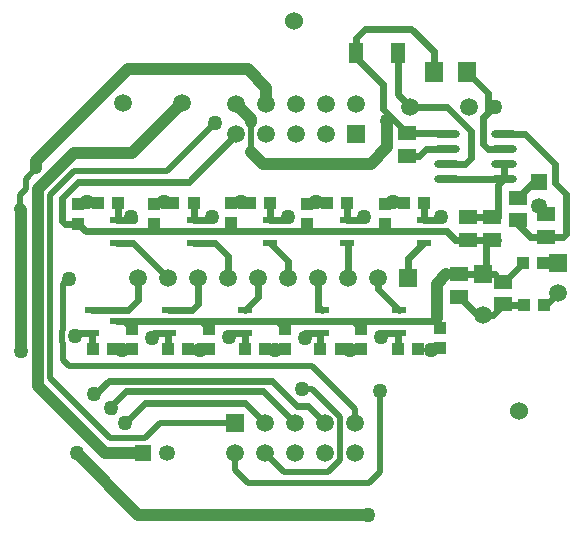
<source format=gbl>
%FSDAX23Y23*%
%MOIN*%
%SFA1B1*%

%IPPOS*%
%ADD10R,0.059100X0.051200*%
%ADD12R,0.051200X0.023600*%
%ADD13R,0.043300X0.039400*%
%ADD14R,0.039400X0.043300*%
%ADD18C,0.019700*%
%ADD19C,0.023600*%
%ADD20C,0.039400*%
%ADD21C,0.059100*%
%ADD22R,0.059100X0.059100*%
%ADD23R,0.059100X0.059100*%
%ADD24C,0.053100*%
%ADD25R,0.053100X0.053100*%
%ADD26R,0.053100X0.053100*%
%ADD27C,0.060000*%
%ADD28C,0.050000*%
%ADD29R,0.063000X0.070900*%
%ADD30R,0.049200X0.066900*%
%ADD31O,0.086600X0.023600*%
%LNdriver-1*%
%LPD*%
G54D10*
X03390Y02967D03*
Y03042D03*
X03070Y03462D03*
Y03537D03*
X03355Y03182D03*
Y03257D03*
X03275Y03182D03*
Y03257D03*
X03440Y03322D03*
Y03247D03*
X03535Y03192D03*
Y03267D03*
X03245Y02992D03*
Y03067D03*
G54D12*
X03126Y03247D03*
Y03172D03*
X03043Y03210D03*
Y02872D03*
Y02947D03*
X03126Y02910D03*
X02869Y03247D03*
Y03172D03*
X02786Y03210D03*
Y02872D03*
Y02947D03*
X02869Y02910D03*
X02614Y03247D03*
Y03172D03*
X02531Y03210D03*
Y02872D03*
Y02947D03*
X02614Y02910D03*
X02359Y03247D03*
Y03172D03*
X02276Y03210D03*
Y02872D03*
Y02947D03*
X02359Y02910D03*
X02104Y03247D03*
Y03172D03*
X02021Y03210D03*
Y02872D03*
Y02947D03*
X02104Y02910D03*
G54D13*
X03127Y03304D03*
X03060D03*
X03041Y02817D03*
X03108D03*
X02870Y03303D03*
X02803D03*
X02782Y02817D03*
X02849D03*
X02614Y03303D03*
X02547D03*
X02530Y02816D03*
X02597D03*
X02359Y03303D03*
X02292D03*
X02275Y02817D03*
X02342D03*
X03456Y03105D03*
X03523D03*
X03461Y02965D03*
X03528D03*
X02106Y03303D03*
X02039D03*
X02023Y02817D03*
X02090D03*
G54D14*
X02996Y03234D03*
Y03301D03*
X03180Y02888D03*
Y02821D03*
X02738Y03233D03*
Y03300D03*
X02917Y02884D03*
Y02817D03*
X02484Y03236D03*
Y03303D03*
X02664Y02885D03*
Y02818D03*
X02228Y03234D03*
Y03301D03*
X02410Y02885D03*
Y02818D03*
X01974Y03235D03*
Y03302D03*
X02155Y02884D03*
Y02817D03*
G54D18*
X02247Y02571D02*
X02497D01*
X02196Y02520D02*
X02247Y02571D01*
X02980Y02407D02*
Y02677D01*
X02944Y02371D02*
X02980Y02407D01*
X02539Y02371D02*
X02944D01*
X02497Y02413D02*
X02539Y02371D01*
X02497Y02413D02*
Y02471D01*
X02597D02*
X02659Y02409D01*
X02806*
X02846Y02449*
X02897Y02571D02*
Y02616D01*
X02846Y02449D02*
Y02592D01*
X02754Y02685D02*
X02846Y02592D01*
X02720Y02685D02*
X02754D01*
X02080Y02520D02*
X02196D01*
X01880Y02720D02*
X02080Y02520D01*
X02550Y03554D02*
Y03575D01*
Y03554D02*
X02551Y03553D01*
Y03511D02*
Y03553D01*
X02550Y03509D02*
X02551Y03511D01*
X02550Y03475D02*
Y03509D01*
X01924Y03033D02*
X01943Y03052D01*
X01924Y02781D02*
Y02837D01*
X01920Y02841D02*
X01924Y02837D01*
X01920Y02841D02*
Y02878D01*
X01924Y02882*
Y03033*
X01945Y02760D02*
X02753D01*
X02897Y02616*
X01924Y02781D02*
X01945Y02760D01*
X01880Y02720D02*
Y03330D01*
X01960Y03410*
X02270*
X02430Y03570*
X01800Y03385D02*
X01835Y03420D01*
X01800Y03350D02*
Y03385D01*
X01780Y03330D02*
X01800Y03350D01*
X01780Y03285D02*
Y03330D01*
G54D19*
X02135Y02677D02*
X02591D01*
X02091Y02633D02*
X02135Y02677D01*
X02091Y02611D02*
Y02633D01*
X02028Y02663D02*
X02077Y02712D01*
X02028Y02663D02*
Y02666D01*
X02530Y02638D02*
X02597Y02571D01*
X02591Y02677D02*
X02697Y02571D01*
X02621Y02712D02*
X02705Y02628D01*
X02077Y02712D02*
X02621D01*
X02705Y02628D02*
X02740D01*
X02797Y02571*
X03565Y03370D02*
Y03435D01*
X03465Y03535D02*
X03565Y03435D01*
X03394Y03535D02*
X03465D01*
X02975Y03016D02*
Y03055D01*
Y03016D02*
X03043Y02947D01*
X03075Y03055D02*
Y03121D01*
X03126Y03172*
X02875Y03055D02*
Y03167D01*
X02869Y03172D02*
X02875Y03167D01*
X02775Y02959D02*
X02786Y02947D01*
X02775Y02959D02*
Y03055D01*
X02614Y03172D02*
X02675Y03112D01*
Y03055D02*
Y03112D01*
X02021Y02947D02*
X02140D01*
X02175Y02982*
Y03055*
X02276Y02947D02*
X02355D01*
X02375Y02967*
Y03055*
X02531Y02947D02*
X02575Y02990D01*
Y03055*
X02359Y03172D02*
X02430D01*
X02475Y03128*
Y03055D02*
Y03128D01*
X02129Y02910D02*
X02155Y02884D01*
X02359Y02910D02*
X02385D01*
X02410Y02885*
X02614Y02910D02*
X02639D01*
X02664Y02885*
X02869Y02910D02*
X02891D01*
X02917Y02884*
X03126Y02910D02*
X03165D01*
X01999Y03210D02*
X02021D01*
X01974Y03235D02*
X01999Y03210D01*
X02738Y03300D02*
X02801D01*
X02996Y03301D02*
X03058D01*
X02106Y03249D02*
Y03303D01*
X02104Y03247D02*
X02159D01*
X02359Y03247D02*
Y03303D01*
X02359Y03247D02*
X02417D01*
X02614Y03247D02*
Y03303D01*
X02614Y03247D02*
X02671D01*
X02870Y03248D02*
Y03303D01*
X02869Y03247D02*
X02926D01*
X03127Y03248D02*
Y03304D01*
X03126Y03247D02*
X03182D01*
X02104Y03172D02*
X02157D01*
X02275Y03055*
X02021Y03210D02*
X02276D01*
X02531*
X02786*
X02019Y02817D02*
Y02870D01*
X01960Y02872D02*
X02021D01*
X02275Y02817D02*
Y02871D01*
X02228Y02872D02*
X02276D01*
X02530Y02816D02*
Y02871D01*
X02488Y02872D02*
X02531D01*
X02782Y02817D02*
Y02868D01*
X02732Y02872D02*
X02786D01*
X03041Y02817D02*
Y02870D01*
X02992Y02872D02*
X03043D01*
X02104Y02910D02*
X02129D01*
X02614*
X02639D02*
X03126D01*
X03245Y03067D02*
X03323D01*
X03325Y03068*
X03245Y02992D02*
X03306Y02931D01*
X03325*
X03295Y03257D02*
X03375D01*
Y03365D02*
X03394Y03385D01*
X03523Y03105D02*
X03575D01*
X03535Y02965D02*
X03575Y03005D01*
X03392Y02965D02*
X03461D01*
X03325Y02931D02*
X03358D01*
X03325Y03068D02*
X03363D01*
X03393Y03042D02*
X03456Y03105D01*
X03325Y03068D02*
X03335Y03078D01*
X03367Y03190D02*
X03375Y03182D01*
X03275D02*
X03335D01*
X03355*
X03440Y03322D02*
X03492Y03374D01*
X03510*
Y03292D02*
Y03295D01*
X03440Y03235D02*
Y03247D01*
Y03235D02*
X03482Y03192D01*
X03592D02*
X03600Y03200D01*
Y03335*
X03565Y03370D02*
X03600Y03335D01*
X03482Y03192D02*
X03535D01*
X03592*
X03135Y03485D02*
X03205D01*
X03112Y03462D02*
X03135Y03485D01*
X03070Y03462D02*
X03112D01*
X03070Y03537D02*
X03203D01*
X03205Y03535*
X03081Y03625D02*
X03205D01*
X03285Y03545*
Y03455D02*
Y03545D01*
X03265Y03435D02*
X03285Y03455D01*
X03205Y03435D02*
X03265D01*
X03205Y03385D02*
X03394D01*
Y03435*
X03375Y03257D02*
Y03365D01*
X03340Y03485D02*
X03394D01*
X03325Y03500D02*
X03340Y03485D01*
X03325Y03500D02*
Y03590D01*
X03340Y03605*
X03270Y03740D02*
X03340Y03670D01*
X03039Y03666D02*
Y03805D01*
Y03666D02*
X03081Y03625D01*
X02900Y03805D02*
Y03855D01*
X02930Y03885*
X03085*
X03159Y03810*
Y03740D02*
Y03810D01*
X02900Y03789D02*
Y03805D01*
Y03789D02*
X02990Y03700D01*
Y03617D02*
Y03700D01*
X03043Y03210D02*
X03205D01*
X03232Y03182*
X03275*
X02786Y03210D02*
X03043D01*
X01920Y03245D02*
X01929Y03235D01*
X01974*
X03202Y03067D02*
X03245D01*
X02139Y02581D02*
X02196Y02638D01*
X02530*
X03358Y02931D02*
X03392Y02965D01*
X03335Y03078D02*
Y03182D01*
X03355Y03190D02*
X03367D01*
X03340Y03605D02*
Y03670D01*
X02344Y03375D02*
X02502Y03533D01*
X02990Y03617D02*
X03070Y03537D01*
X01920Y03320D02*
X01974Y03375D01*
X01920Y03245D02*
Y03320D01*
X01974Y03375D02*
X02344D01*
G54D20*
X03170Y03035D02*
X03202Y03067D01*
X03170Y02920D02*
Y03035D01*
X01840Y02695D02*
X02065Y02470D01*
X02190*
X02602Y03633D02*
Y03688D01*
X02540Y03750D02*
X02602Y03688D01*
X02502Y03633D02*
X02550Y03585D01*
Y03575D02*
Y03585D01*
Y03475D02*
X02590Y03435D01*
X02950*
X03005Y03490*
Y03579*
X01840Y02695D02*
Y03350D01*
X01960Y03470*
X02154D02*
X02321Y03637D01*
X01960Y03470D02*
X02154D01*
X02140Y03750D02*
X02540D01*
X01835Y03445D02*
X02140Y03750D01*
X01835Y03420D02*
Y03445D01*
X01780Y03285D02*
X01785Y03280D01*
Y02810D02*
Y03280D01*
X01970Y02470D02*
X02175Y02265D01*
X02940*
G54D21*
X02897Y02471D03*
Y02571D03*
X02797Y02471D03*
Y02571D03*
X02697Y02471D03*
Y02571D03*
X02597Y02471D03*
Y02571D03*
X02497Y02471D03*
X02502Y03633D03*
Y03533D03*
X02602Y03633D03*
Y03533D03*
X02702Y03633D03*
Y03533D03*
X02802Y03633D03*
Y03533D03*
X02902Y03633D03*
X02975Y03055D03*
X02775D03*
X02675D03*
X02575D03*
X02475D03*
X02375D03*
X02275D03*
X02175D03*
X02875D03*
X03325Y02931D03*
X03081Y03625D03*
X03278D03*
X02124Y03637D03*
X02321D03*
X03575Y03005D03*
G54D22*
X02497Y02571D03*
X02902Y03533D03*
X03075Y03055D03*
G54D23*
X03325Y03068D03*
X03575Y03105D03*
G54D24*
X03510Y03295D03*
X02269Y02470D03*
G54D25*
X03510Y03374D03*
G54D26*
X02190Y02470D03*
G54D27*
X02695Y03910D03*
X03445Y02611D03*
G54D28*
X02084Y02621D03*
X02028Y02666D03*
X01943Y03052D03*
X02419Y03258D03*
X02673D03*
X03184D03*
X02005Y03306D03*
X02260D03*
X02516D03*
X02768D03*
X03025D03*
X02151Y03258D03*
X02478Y02857D03*
X02985D03*
X02120Y02815D03*
X02380D03*
X02630D03*
X02880D03*
X03150D03*
X02220Y02855D03*
X02730D03*
X02720Y02685D03*
X02980Y02677D03*
X03005Y03579D03*
X03363Y03625D03*
X02132Y02571D03*
X02940Y02265D03*
X01965Y02860D03*
X02430Y03570D03*
X02928Y03258D03*
X01785Y02810D03*
X01970Y02470D03*
G54D29*
X03270Y03740D03*
X03159D03*
G54D30*
X03039Y03805D03*
X02900D03*
G54D31*
X03205Y03385D03*
Y03435D03*
Y03485D03*
Y03535D03*
X03394Y03385D03*
Y03435D03*
Y03485D03*
Y03535D03*
M02*
</source>
